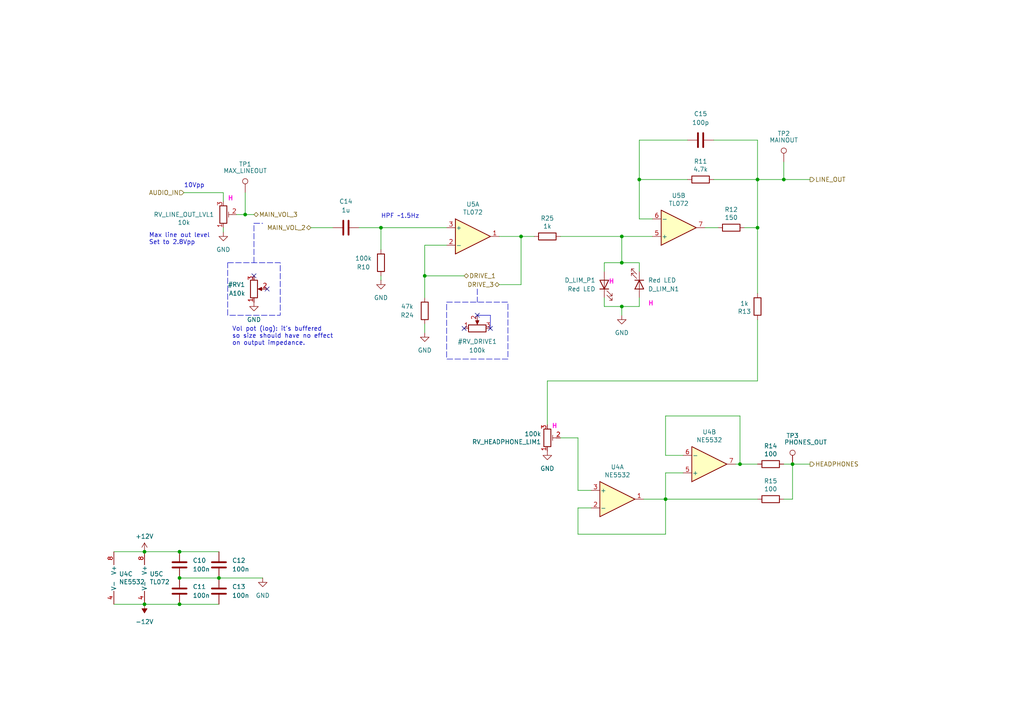
<source format=kicad_sch>
(kicad_sch (version 20250114) (generator "eeschema") (generator_version "9.0")
  (paper "A4")
  (lib_symbols
    (symbol "Amplifier_Operational:NE5532" (pin_names (offset 0.127))
      (property "Reference" "U" (at 0 5.08 0))
      (property "Value" "NE5532" (at 0 -5.08 0))
      (symbol "NE5532_1_1"
        (polyline (pts (xy -5.08 5.08) (xy 5.08 0) (xy -5.08 -5.08) (xy -5.08 5.08)) (stroke (width 0.254)) (fill (type background)))
        (pin input line (at -7.62 2.54 0) (length 2.54) (name "+") (number "3"))
        (pin input line (at -7.62 -2.54 0) (length 2.54) (name "-") (number "2"))
        (pin output line (at 7.62 0 180) (length 2.54) (name "~") (number "1"))
      )
      (symbol "NE5532_2_1"
        (polyline (pts (xy -5.08 5.08) (xy 5.08 0) (xy -5.08 -5.08) (xy -5.08 5.08)) (stroke (width 0.254)) (fill (type background)))
        (pin input line (at -7.62 2.54 0) (length 2.54) (name "+") (number "5"))
        (pin input line (at -7.62 -2.54 0) (length 2.54) (name "-") (number "6"))
        (pin output line (at 7.62 0 180) (length 2.54) (name "~") (number "7"))
      )
      (symbol "NE5532_3_1"
        (pin power_in line (at -2.54 7.62 270) (length 3.81) (name "V+") (number "8"))
        (pin power_in line (at -2.54 -7.62 90) (length 3.81) (name "V-") (number "4"))
      )
    )
    (symbol "Amplifier_Operational:TL072" (pin_names (offset 0.127))
      (property "Reference" "U" (at 0 5.08 0))
      (property "Value" "TL072" (at 0 -5.08 0))
      (symbol "TL072_1_1"
        (polyline (pts (xy -5.08 5.08) (xy 5.08 0) (xy -5.08 -5.08) (xy -5.08 5.08)) (stroke (width 0.254)) (fill (type background)))
        (pin input line (at -7.62 2.54 0) (length 2.54) (name "+") (number "3"))
        (pin input line (at -7.62 -2.54 0) (length 2.54) (name "-") (number "2"))
        (pin output line (at 7.62 0 180) (length 2.54) (name "~") (number "1"))
      )
      (symbol "TL072_2_1"
        (polyline (pts (xy -5.08 5.08) (xy 5.08 0) (xy -5.08 -5.08) (xy -5.08 5.08)) (stroke (width 0.254)) (fill (type background)))
        (pin input line (at -7.62 2.54 0) (length 2.54) (name "+") (number "5"))
        (pin input line (at -7.62 -2.54 0) (length 2.54) (name "-") (number "6"))
        (pin output line (at 7.62 0 180) (length 2.54) (name "~") (number "7"))
      )
      (symbol "TL072_3_1"
        (pin power_in line (at -2.54 7.62 270) (length 3.81) (name "V+") (number "8"))
        (pin power_in line (at -2.54 -7.62 90) (length 3.81) (name "V-") (number "4"))
      )
    )
    (symbol "Connector:TestPoint" (pin_numbers (hide yes)) (pin_names (offset 0.762) (hide yes))
      (property "Reference" "TP" (at 0 6.858 0))
      (property "Value" "TestPoint" (at 0 5.08 0))
      (symbol "TestPoint_0_1"
        (circle (center 0 3.302) (radius 0.762))
      )
      (symbol "TestPoint_1_1"
        (pin passive line (at 0 0 90) (length 2.54) (name "1") (number "1"))
      )
    )
    (symbol "Device:C" (pin_numbers (hide yes)) (pin_names (offset 0.254))
      (property "Reference" "C" (at 0.635 2.54 0))
      (property "Value" "C" (at 0.635 -2.54 0))
      (symbol "C_0_1"
        (polyline (pts (xy -2.032 0.762) (xy 2.032 0.762)) (stroke (width 0.508)))
        (polyline (pts (xy -2.032 -0.762) (xy 2.032 -0.762)) (stroke (width 0.508)))
      )
      (symbol "C_1_1"
        (pin passive line (at 0 3.81 270) (length 2.794) (name "~") (number "1"))
        (pin passive line (at 0 -3.81 90) (length 2.794) (name "~") (number "2"))
      )
    )
    (symbol "Device:R" (pin_numbers (hide yes)) (pin_names (offset 0))
      (property "Reference" "R" (at 2.032 0 90))
      (property "Value" "R" (at 0 0 90))
      (symbol "R_0_1"
        (rectangle (start -1.016 -2.54) (end 1.016 2.54) (stroke (width 0.254)))
      )
      (symbol "R_1_1"
        (pin passive line (at 0 3.81 270) (length 1.27) (name "~") (number "1"))
        (pin passive line (at 0 -3.81 90) (length 1.27) (name "~") (number "2"))
      )
    )
    (symbol "Device:R_Potentiometer" (pin_names (offset 1.016) (hide yes))
      (property "Reference" "RV" (at -4.445 0 90))
      (property "Value" "R_Potentiometer" (at -2.54 0 90))
      (symbol "R_Potentiometer_0_1"
        (rectangle (start 1.016 2.54) (end -1.016 -2.54) (stroke (width 0.254)))
        (polyline (pts (xy 1.143 0) (xy 2.286 0.508) (xy 2.286 -0.508) (xy 1.143 0)) (fill (type outline)))
        (polyline (pts (xy 2.54 0) (xy 1.524 0)))
      )
      (symbol "R_Potentiometer_1_1"
        (pin passive line (at 0 3.81 270) (length 1.27) (name "1") (number "1"))
        (pin passive line (at 0 -3.81 90) (length 1.27) (name "3") (number "3"))
        (pin passive line (at 3.81 0 180) (length 1.27) (name "2") (number "2"))
      )
    )
    (symbol "Device:R_Potentiometer_Trim" (pin_names (offset 1.016) (hide yes))
      (property "Reference" "RV" (at -4.445 0 90))
      (property "Value" "R_Potentiometer_Trim" (at -2.54 0 90))
      (symbol "R_Potentiometer_Trim_0_1"
        (rectangle (start 1.016 2.54) (end -1.016 -2.54) (stroke (width 0.254)))
        (polyline (pts (xy 1.524 0.762) (xy 1.524 -0.762)))
        (polyline (pts (xy 2.54 0) (xy 1.524 0)))
      )
      (symbol "R_Potentiometer_Trim_1_1"
        (pin passive line (at 0 3.81 270) (length 1.27) (name "1") (number "1"))
        (pin passive line (at 0 -3.81 90) (length 1.27) (name "3") (number "3"))
        (pin passive line (at 3.81 0 180) (length 1.27) (name "2") (number "2"))
      )
    )
    (symbol "LED_1" (pin_numbers (hide yes)) (pin_names (offset 1.016) (hide yes))
      (property "Reference" "D" (at 0 2.54 0))
      (property "Value" "LED" (at 0 -2.54 0))
      (symbol "LED_1_0_1"
        (polyline (pts (xy -3.048 -0.762) (xy -4.572 -2.286) (xy -3.81 -2.286) (xy -4.572 -2.286) (xy -4.572 -1.524)))
        (polyline (pts (xy -1.778 -0.762) (xy -3.302 -2.286) (xy -2.54 -2.286) (xy -3.302 -2.286) (xy -3.302 -1.524)))
        (polyline (pts (xy -1.27 0) (xy 1.27 0)))
        (polyline (pts (xy -1.27 -1.27) (xy -1.27 1.27)) (stroke (width 0.254)))
        (polyline (pts (xy 1.27 -1.27) (xy 1.27 1.27) (xy -1.27 0) (xy 1.27 -1.27)) (stroke (width 0.254)))
      )
      (symbol "LED_1_1_1"
        (pin passive line (at -3.81 0 0) (length 2.54) (name "K") (number "1"))
        (pin passive line (at 3.81 0 180) (length 2.54) (name "A") (number "2"))
      )
    )
    (symbol "power:+12V" (power) (pin_numbers (hide yes)) (pin_names (offset 0) (hide yes))
      (property "Value" "+12V" (at 0 3.556 0))
      (symbol "+12V_0_1"
        (polyline (pts (xy -0.762 1.27) (xy 0 2.54)))
        (polyline (pts (xy 0 2.54) (xy 0.762 1.27)))
        (polyline (pts (xy 0 0) (xy 0 2.54)))
      )
      (symbol "+12V_1_1"
        (pin power_in line (at 0 0 90) (length 0) (name "~") (number "1"))
      )
    )
    (symbol "power:-12V" (power) (pin_numbers (hide yes)) (pin_names (offset 0) (hide yes))
      (property "Value" "-12V" (at 0 3.556 0))
      (symbol "-12V_0_0"
        (pin power_in line (at 0 0 90) (length 0) (name "~") (number "1"))
      )
      (symbol "-12V_0_1"
        (polyline (pts (xy 0 0) (xy 0 1.27) (xy 0.762 1.27) (xy 0 2.54) (xy -0.762 1.27) (xy 0 1.27)) (fill (type outline)))
      )
    )
    (symbol "power:GND" (power) (pin_numbers (hide yes)) (pin_names (offset 0) (hide yes))
      (property "Value" "GND" (at 0 -3.81 0))
      (symbol "GND_0_1"
        (polyline (pts (xy 0 0) (xy 0 -1.27) (xy 1.27 -1.27) (xy 0 -2.54) (xy -1.27 -1.27) (xy 0 -1.27)))
      )
      (symbol "GND_1_1"
        (pin power_in line (at 0 0 270) (length 0) (name "~") (number "1"))
      )
    )
  )
  (rectangle (start 66.04 76.2) (end 81.28 91.44) (stroke (width 0) (type dash)))
  (rectangle (start 129.54 87.63) (end 147.32 104.14) (stroke (width 0) (type dash)))
  (text "H" (at 160.02 124.46 0) (effects (font (size 1.27 1.27) (thickness 0.254) (bold yes)) (justify left bottom)))
  (text "Vol pot (log): it's buffered\nso size should have no effect\non output impedance." (at 67.31 100.33 0) (effects (font (size 1.27 1.27)) (justify left bottom)))
  (text "H" (at 66.04 58.42 0) (effects (font (size 1.27 1.27) (thickness 0.254) (bold yes)) (justify left bottom)))
  (text "HPF ~1.5Hz" (at 110.49 63.5 0) (effects (font (size 1.27 1.27)) (justify left bottom)))
  (text "H" (at 187.96 88.9 0) (effects (font (size 1.27 1.27) (thickness 0.254) (bold yes)) (justify left bottom)))
  (text "H" (at 176.53 82.55 0) (effects (font (size 1.27 1.27) (thickness 0.254) (bold yes)) (justify left bottom)))
  (text "Max line out level\nSet to 2.8Vpp" (at 43.18 71.12 0) (effects (font (size 1.27 1.27)) (justify left bottom)))
  (text "10Vpp" (at 53.34 54.61 0) (effects (font (size 1.27 1.27)) (justify left bottom)))
  (junction (at 151.13 68.58))
  (junction (at 110.49 66.04))
  (junction (at 227.33 52.07))
  (junction (at 219.71 66.04))
  (junction (at 180.34 88.9))
  (junction (at 52.07 167.64))
  (junction (at 219.71 52.07))
  (junction (at 41.91 175.26))
  (junction (at 185.42 52.07))
  (junction (at 180.34 68.58))
  (junction (at 229.87 134.62))
  (junction (at 123.19 80.01))
  (junction (at 41.91 160.02))
  (junction (at 52.07 175.26))
  (junction (at 63.5 167.64))
  (junction (at 214.63 134.62))
  (junction (at 193.04 144.78))
  (junction (at 52.07 160.02))
  (junction (at 71.12 62.23))
  (junction (at 180.34 76.2))
  (no_connect (at 73.66 80.01))
  (no_connect (at 138.43 91.44))
  (no_connect (at 77.47 83.82))
  (no_connect (at 142.24 95.25))
  (no_connect (at 134.62 95.25))
  (wire (pts (xy 144.78 68.58) (xy 151.13 68.58)))
  (wire (pts (xy 227.33 134.62) (xy 229.87 134.62)))
  (wire (pts (xy 167.64 127) (xy 167.64 142.24)))
  (wire (pts (xy 41.91 160.02) (xy 33.02 160.02)))
  (wire (pts (xy 219.71 66.04) (xy 215.9 66.04)))
  (wire (pts (xy 219.71 110.49) (xy 158.75 110.49)))
  (wire (pts (xy 204.47 66.04) (xy 208.28 66.04)))
  (wire (pts (xy 185.42 76.2) (xy 185.42 78.74)))
  (polyline (pts (xy 138.43 91.44) (xy 142.24 91.44)))
  (wire (pts (xy 41.91 160.02) (xy 52.07 160.02)))
  (wire (pts (xy 175.26 88.9) (xy 180.34 88.9)))
  (wire (pts (xy 185.42 52.07) (xy 199.39 52.07)))
  (wire (pts (xy 171.45 147.32) (xy 167.64 147.32)))
  (wire (pts (xy 68.58 62.23) (xy 71.12 62.23)))
  (wire (pts (xy 52.07 175.26) (xy 63.5 175.26)))
  (wire (pts (xy 193.04 120.65) (xy 214.63 120.65)))
  (wire (pts (xy 151.13 68.58) (xy 151.13 82.55)))
  (wire (pts (xy 219.71 40.64) (xy 219.71 52.07)))
  (wire (pts (xy 180.34 68.58) (xy 180.34 76.2)))
  (wire (pts (xy 214.63 134.62) (xy 213.36 134.62)))
  (wire (pts (xy 185.42 63.5) (xy 189.23 63.5)))
  (wire (pts (xy 229.87 134.62) (xy 234.95 134.62)))
  (wire (pts (xy 199.39 40.64) (xy 185.42 40.64)))
  (wire (pts (xy 162.56 68.58) (xy 180.34 68.58)))
  (wire (pts (xy 227.33 52.07) (xy 234.95 52.07)))
  (wire (pts (xy 207.01 40.64) (xy 219.71 40.64)))
  (wire (pts (xy 180.34 68.58) (xy 189.23 68.58)))
  (wire (pts (xy 175.26 76.2) (xy 175.26 78.74)))
  (wire (pts (xy 198.12 137.16) (xy 193.04 137.16)))
  (wire (pts (xy 175.26 86.36) (xy 175.26 88.9)))
  (wire (pts (xy 64.77 58.42) (xy 64.77 55.88)))
  (wire (pts (xy 52.07 167.64) (xy 63.5 167.64)))
  (wire (pts (xy 180.34 91.44) (xy 180.34 88.9)))
  (wire (pts (xy 52.07 160.02) (xy 63.5 160.02)))
  (wire (pts (xy 219.71 66.04) (xy 219.71 85.09)))
  (wire (pts (xy 162.56 127) (xy 167.64 127)))
  (wire (pts (xy 71.12 55.88) (xy 71.12 62.23)))
  (wire (pts (xy 129.54 71.12) (xy 123.19 71.12)))
  (wire (pts (xy 110.49 66.04) (xy 110.49 72.39)))
  (wire (pts (xy 214.63 134.62) (xy 219.71 134.62)))
  (wire (pts (xy 193.04 154.94) (xy 193.04 144.78)))
  (wire (pts (xy 219.71 52.07) (xy 227.33 52.07)))
  (wire (pts (xy 110.49 66.04) (xy 129.54 66.04)))
  (wire (pts (xy 167.64 154.94) (xy 193.04 154.94)))
  (wire (pts (xy 185.42 63.5) (xy 185.42 52.07)))
  (wire (pts (xy 193.04 137.16) (xy 193.04 144.78)))
  (polyline (pts (xy 142.24 91.44) (xy 142.24 95.25)))
  (wire (pts (xy 151.13 82.55) (xy 144.78 82.55)))
  (wire (pts (xy 219.71 52.07) (xy 219.71 66.04)))
  (wire (pts (xy 171.45 142.24) (xy 167.64 142.24)))
  (wire (pts (xy 63.5 167.64) (xy 76.2 167.64)))
  (wire (pts (xy 219.71 144.78) (xy 193.04 144.78)))
  (wire (pts (xy 198.12 132.08) (xy 193.04 132.08)))
  (polyline (pts (xy 73.66 76.2) (xy 73.66 64.77)) (stroke (width 0) (type dash)))
  (polyline (pts (xy 138.43 83.82) (xy 138.43 87.63)) (stroke (width 0) (type dash)))
  (wire (pts (xy 104.14 66.04) (xy 110.49 66.04)))
  (wire (pts (xy 110.49 81.28) (xy 110.49 80.01)))
  (wire (pts (xy 123.19 80.01) (xy 123.19 86.36)))
  (wire (pts (xy 214.63 120.65) (xy 214.63 134.62)))
  (wire (pts (xy 219.71 92.71) (xy 219.71 110.49)))
  (wire (pts (xy 53.34 55.88) (xy 64.77 55.88)))
  (wire (pts (xy 33.02 175.26) (xy 41.91 175.26)))
  (wire (pts (xy 207.01 52.07) (xy 219.71 52.07)))
  (wire (pts (xy 185.42 40.64) (xy 185.42 52.07)))
  (wire (pts (xy 64.77 67.31) (xy 64.77 66.04)))
  (wire (pts (xy 151.13 68.58) (xy 154.94 68.58)))
  (wire (pts (xy 158.75 110.49) (xy 158.75 123.19)))
  (wire (pts (xy 123.19 80.01) (xy 134.62 80.01)))
  (polyline (pts (xy 73.66 64.77) (xy 76.2 64.77)) (stroke (width 0) (type dash)))
  (wire (pts (xy 185.42 76.2) (xy 180.34 76.2)))
  (wire (pts (xy 71.12 62.23) (xy 73.66 62.23)))
  (wire (pts (xy 227.33 144.78) (xy 229.87 144.78)))
  (wire (pts (xy 193.04 132.08) (xy 193.04 120.65)))
  (wire (pts (xy 180.34 88.9) (xy 185.42 88.9)))
  (wire (pts (xy 41.91 175.26) (xy 52.07 175.26)))
  (wire (pts (xy 123.19 71.12) (xy 123.19 80.01)))
  (wire (pts (xy 229.87 134.62) (xy 229.87 144.78)))
  (wire (pts (xy 193.04 144.78) (xy 186.69 144.78)))
  (wire (pts (xy 185.42 88.9) (xy 185.42 86.36)))
  (wire (pts (xy 123.19 96.52) (xy 123.19 93.98)))
  (wire (pts (xy 167.64 147.32) (xy 167.64 154.94)))
  (wire (pts (xy 90.17 66.04) (xy 96.52 66.04)))
  (wire (pts (xy 227.33 46.99) (xy 227.33 52.07)))
  (wire (pts (xy 180.34 76.2) (xy 175.26 76.2)))
  (hierarchical_label "MAIN_VOL_2" (shape bidirectional) (at 90.17 66.04 180))
  (hierarchical_label "HEADPHONES" (shape output) (at 234.95 134.62 0))
  (hierarchical_label "AUDIO_IN" (shape input) (at 53.34 55.88 180))
  (hierarchical_label "DRIVE_3" (shape bidirectional) (at 144.78 82.55 180))
  (hierarchical_label "DRIVE_1" (shape bidirectional) (at 134.62 80.01 0))
  (hierarchical_label "MAIN_VOL_3" (shape bidirectional) (at 73.66 62.23 0))
  (hierarchical_label "LINE_OUT" (shape output) (at 234.95 52.07 0))
  (symbol (lib_id "power:GND") (at 73.66 87.63 0) (unit 1)
    (property "Reference" "#PWR037" (effects (hide yes)))
    (property "Value" "GND" (at 73.66 92.71 0))
    (property "Description" "Power symbol creates a global label with name \"GND\" , ground" (effects (hide yes)))
  )
  (symbol (lib_id "Amplifier_Operational:NE5532") (at 205.74 134.62 0) (mirror x) (unit 2)
    (property "Reference" "U4" (at 205.74 125.2982 0))
    (property "Value" "NE5532" (at 205.74 127.6096 0))
    (property "Footprint" "Package_SO:SOIC-8_3.9x4.9mm_P1.27mm" (effects (hide yes)))
    (property "Datasheet" "http://www.ti.com/lit/ds/symlink/ne5532.pdf" (effects (hide yes)))
    (property "LCSC" "C7426" (effects (hide yes)))
    (property "Vendor" "JLCPCB" (effects (hide yes)))
  )
  (symbol (lib_id "power:-12V") (at 41.91 175.26 180) (unit 1)
    (property "Reference" "#PWR023" (effects (hide yes)))
    (property "Value" "-12V" (at 41.91 180.34 0))
    (property "Description" "Power symbol creates a global label with name \"-12V\"" (effects (hide yes)))
  )
  (symbol (lib_id "Device:R") (at 203.2 52.07 270) (unit 1)
    (property "Reference" "R11" (at 203.2 46.8122 90))
    (property "Value" "4.7k" (at 203.2 49.1236 90))
    (property "Footprint" "Resistor_SMD:R_0603_1608Metric" (effects (hide yes)))
    (property "LCSC" "C23162" (effects (hide yes)))
    (property "Vendor" "JLCPCB" (effects (hide yes)))
  )
  (symbol (lib_id "power:+12V") (at 41.91 160.02 0) (unit 1)
    (property "Reference" "#PWR022" (effects (hide yes)))
    (property "Value" "+12V" (at 41.91 155.575 0))
    (property "Description" "Power symbol creates a global label with name \"+12V\"" (effects (hide yes)))
  )
  (symbol (lib_id "power:GND") (at 158.75 130.81 0) (unit 1)
    (property "Reference" "#PWR029" (effects (hide yes)))
    (property "Value" "GND" (at 158.75 135.89 0))
    (property "Description" "Power symbol creates a global label with name \"GND\" , ground" (effects (hide yes)))
  )
  (symbol (lib_id "power:GND") (at 110.49 81.28 0) (unit 1)
    (property "Reference" "#PWR027" (effects (hide yes)))
    (property "Value" "GND" (at 110.49 86.36 0))
    (property "Description" "Power symbol creates a global label with name \"GND\" , ground" (effects (hide yes)))
  )
  (symbol (lib_id "Connector:TestPoint") (at 229.87 134.62 0) (unit 1) (in_bom no)
    (property "Reference" "TP3" (at 229.87 126.365 0))
    (property "Value" "PHONES_OUT" (at 233.68 128.27 0))
    (property "Footprint" "TestPoint:TestPoint_THTPad_2.0x2.0mm_Drill1.0mm" (effects (hide yes)))
  )
  (symbol (lib_id "Device:R") (at 158.75 68.58 270) (unit 1)
    (property "Reference" "R25" (at 158.75 63.3222 90))
    (property "Value" "1k" (at 158.75 65.6336 90))
    (property "Footprint" "Resistor_SMD:R_0603_1608Metric" (effects (hide yes)))
    (property "LCSC" "C21190" (effects (hide yes)))
    (property "Vendor" "JLCPCB" (effects (hide yes)))
  )
  (symbol (lib_id "Device:C") (at 203.2 40.64 90) (unit 1)
    (property "Reference" "C15" (at 203.2 33.02 90))
    (property "Value" "100p" (at 203.2 35.56 90))
    (property "Footprint" "Capacitor_SMD:C_0603_1608Metric" (effects (hide yes)))
    (property "LCSC" "C14858" (effects (hide yes)))
    (property "Vendor" "JLCPCB" (effects (hide yes)))
  )
  (symbol (lib_id "Amplifier_Operational:TL072") (at 44.45 167.64 0) (unit 3)
    (property "Reference" "U5" (at 43.3832 166.4716 0) (effects (justify left)))
    (property "Value" "TL072" (at 43.3832 168.783 0) (effects (justify left)))
    (property "Footprint" "Package_SO:SOIC-8_3.9x4.9mm_P1.27mm" (effects (hide yes)))
    (property "Datasheet" "http://www.ti.com/lit/ds/symlink/tl071.pdf" (effects (hide yes)))
    (property "LCSC" "C6961" (effects (hide yes)))
    (property "Vendor" "JLCPCB" (effects (hide yes)))
  )
  (symbol (lib_id "Amplifier_Operational:NE5532") (at 35.56 167.64 0) (unit 3)
    (property "Reference" "U4" (at 34.4932 166.4716 0) (effects (justify left)))
    (property "Value" "NE5532" (at 34.4932 168.783 0) (effects (justify left)))
    (property "Footprint" "Package_SO:SOIC-8_3.9x4.9mm_P1.27mm" (effects (hide yes)))
    (property "Datasheet" "http://www.ti.com/lit/ds/symlink/ne5532.pdf" (effects (hide yes)))
    (property "LCSC" "C7426" (effects (hide yes)))
    (property "Vendor" "JLCPCB" (effects (hide yes)))
  )
  (symbol (lib_id "power:GND") (at 123.19 96.52 0) (unit 1)
    (property "Reference" "#PWR026" (effects (hide yes)))
    (property "Value" "GND" (at 123.19 101.6 0))
    (property "Description" "Power symbol creates a global label with name \"GND\" , ground" (effects (hide yes)))
  )
  (symbol (lib_name "LED_1") (lib_id "Device:LED") (at 175.26 82.55 90) (unit 1)
    (property "Reference" "D_LIM_P1" (at 172.72 81.28 90) (effects (justify left)))
    (property "Value" "Red LED" (at 172.72 83.82 90) (effects (justify left)))
    (property "Footprint" "LED_THT:LED_D5.0mm" (effects (hide yes)))
    (property "Description" "Light emitting diode" (effects (hide yes)))
    (property "Sim.Pins" "1=K 2=A" (effects (hide yes)))
  )
  (symbol (lib_id "Connector:TestPoint") (at 71.12 55.88 0) (unit 1) (in_bom no)
    (property "Reference" "TP1" (at 71.12 47.625 0))
    (property "Value" "MAX_LINEOUT" (at 71.12 49.53 0))
    (property "Footprint" "TestPoint:TestPoint_THTPad_2.0x2.0mm_Drill1.0mm" (effects (hide yes)))
  )
  (symbol (lib_id "Device:R") (at 110.49 76.2 180) (unit 1)
    (property "Reference" "R10" (at 105.41 77.47 0))
    (property "Value" "100k" (at 105.41 74.93 0))
    (property "Footprint" "Resistor_SMD:R_0603_1608Metric_Pad0.98x0.95mm_HandSolder" (effects (hide yes)))
    (property "LCSC" "C25803" (effects (hide yes)))
    (property "Vendor" "JLCPCB" (effects (hide yes)))
  )
  (symbol (lib_id "Device:C") (at 100.33 66.04 90) (unit 1)
    (property "Reference" "C14" (at 100.33 58.42 90))
    (property "Value" "1u" (at 100.33 60.96 90))
    (property "Footprint" "Capacitor_SMD:C_0603_1608Metric_Pad1.08x0.95mm_HandSolder" (effects (hide yes)))
    (property "LCSC" "C15849" (effects (hide yes)))
    (property "Vendor" "JLCPCB" (effects (hide yes)))
  )
  (symbol (lib_id "power:GND") (at 76.2 167.64 0) (unit 1)
    (property "Reference" "#PWR025" (effects (hide yes)))
    (property "Value" "GND" (at 76.2 172.72 0))
    (property "Description" "Power symbol creates a global label with name \"GND\" , ground" (effects (hide yes)))
  )
  (symbol (lib_id "Device:R_Potentiometer_Trim") (at 64.77 62.23 0) (mirror x) (unit 1)
    (property "Reference" "RV_LINE_OUT_LVL1" (at 53.34 62.23 0))
    (property "Value" "10k" (at 53.34 64.5414 0))
    (property "Footprint" "Potentiometer_THT:Potentiometer_ACP_CA6-H2,5_Horizontal" (effects (hide yes)))
    (property "Part No." "531-PT6KH-10K " (effects (hide yes)))
    (property "Part URL" "https://mou.sr/4gcYhlU" (effects (hide yes)))
    (property "Vendor" "Mouser" (effects (hide yes)))
  )
  (symbol (lib_id "Device:C") (at 63.5 171.45 0) (unit 1)
    (property "Reference" "C13" (at 67.31 170.18 0) (effects (justify left)))
    (property "Value" "100n" (at 67.31 172.72 0) (effects (justify left)))
    (property "Footprint" "Capacitor_SMD:C_0603_1608Metric" (effects (hide yes)))
    (property "LCSC" "C14663" (effects (hide yes)))
    (property "Vendor" "JLCPCB" (effects (hide yes)))
  )
  (symbol (lib_id "power:GND") (at 180.34 91.44 0) (unit 1)
    (property "Reference" "#PWR028" (effects (hide yes)))
    (property "Value" "GND" (at 180.34 96.52 0))
    (property "Description" "Power symbol creates a global label with name \"GND\" , ground" (effects (hide yes)))
  )
  (symbol (lib_id "Device:R") (at 123.19 90.17 180) (unit 1)
    (property "Reference" "R24" (at 118.11 91.44 0))
    (property "Value" "47k" (at 118.11 88.9 0))
    (property "Footprint" "Resistor_SMD:R_0603_1608Metric" (effects (hide yes)))
    (property "Vendor" "JLCPCB" (effects (hide yes)))
  )
  (symbol (lib_id "Device:C") (at 63.5 163.83 0) (unit 1)
    (property "Reference" "C12" (at 67.31 162.56 0) (effects (justify left)))
    (property "Value" "100n" (at 67.31 165.1 0) (effects (justify left)))
    (property "Footprint" "Capacitor_SMD:C_0603_1608Metric" (effects (hide yes)))
    (property "LCSC" "C14663" (effects (hide yes)))
    (property "Vendor" "JLCPCB" (effects (hide yes)))
  )
  (symbol (lib_id "Device:R_Potentiometer") (at 138.43 95.25 90) (unit 1)
    (property "Reference" "#RV_DRIVE1" (at 138.43 99.06 90))
    (property "Value" "100k" (at 138.43 101.6 90))
    (property "Description" "Potentiometer" (effects (hide yes)))
  )
  (symbol (lib_id "Device:R") (at 212.09 66.04 270) (unit 1)
    (property "Reference" "R12" (at 212.09 60.7822 90))
    (property "Value" "150" (at 212.09 63.0936 90))
    (property "Footprint" "Resistor_SMD:R_0603_1608Metric" (effects (hide yes)))
    (property "LCSC" "C22808" (effects (hide yes)))
    (property "Vendor" "JLCPCB" (effects (hide yes)))
  )
  (symbol (lib_id "Amplifier_Operational:TL072") (at 196.85 66.04 0) (mirror x) (unit 2)
    (property "Reference" "U5" (at 196.85 56.7182 0))
    (property "Value" "TL072" (at 196.85 59.0296 0))
    (property "Footprint" "Package_SO:SOIC-8_3.9x4.9mm_P1.27mm" (effects (hide yes)))
    (property "Datasheet" "http://www.ti.com/lit/ds/symlink/tl071.pdf" (effects (hide yes)))
    (property "LCSC" "C6961" (effects (hide yes)))
    (property "Vendor" "JLCPCB" (effects (hide yes)))
  )
  (symbol (lib_id "Device:R_Potentiometer_Trim") (at 158.75 127 0) (mirror x) (unit 1)
    (property "Reference" "RV_HEADPHONE_LIM1" (at 156.972 128.1684 0) (effects (justify right)))
    (property "Value" "100k" (at 156.972 125.857 0) (effects (justify right)))
    (property "Footprint" "Potentiometer_THT:Potentiometer_ACP_CA6-H2,5_Horizontal" (effects (hide yes)))
    (property "Part No." "531-PT6KH104A1010PM " (effects (hide yes)))
    (property "Part URL" "https://mou.sr/49zQlIS" (effects (hide yes)))
    (property "Vendor" "Mouser" (effects (hide yes)))
  )
  (symbol (lib_id "Device:C") (at 52.07 171.45 0) (unit 1)
    (property "Reference" "C11" (at 55.88 170.18 0) (effects (justify left)))
    (property "Value" "100n" (at 55.88 172.72 0) (effects (justify left)))
    (property "Footprint" "Capacitor_SMD:C_0603_1608Metric" (effects (hide yes)))
    (property "LCSC" "C14663" (effects (hide yes)))
    (property "Vendor" "JLCPCB" (effects (hide yes)))
  )
  (symbol (lib_id "Amplifier_Operational:NE5532") (at 179.07 144.78 0) (unit 1)
    (property "Reference" "U4" (at 179.07 135.4582 0))
    (property "Value" "NE5532" (at 179.07 137.7696 0))
    (property "Footprint" "Package_SO:SOIC-8_3.9x4.9mm_P1.27mm" (effects (hide yes)))
    (property "Datasheet" "http://www.ti.com/lit/ds/symlink/ne5532.pdf" (effects (hide yes)))
    (property "LCSC" "C7426" (effects (hide yes)))
    (property "Vendor" "JLCPCB" (effects (hide yes)))
  )
  (symbol (lib_id "Device:R") (at 223.52 134.62 270) (unit 1)
    (property "Reference" "R14" (at 223.52 129.3622 90))
    (property "Value" "100" (at 223.52 131.6736 90))
    (property "Footprint" "Resistor_SMD:R_0603_1608Metric" (effects (hide yes)))
    (property "LCSC" "C22775" (effects (hide yes)))
    (property "Vendor" "JLCPCB" (effects (hide yes)))
  )
  (symbol (lib_id "Device:R_Potentiometer") (at 73.66 83.82 0) (mirror x) (unit 1)
    (property "Reference" "#RV1" (at 71.12 82.5499 0) (effects (justify right)))
    (property "Value" "A10k" (at 71.12 85.0899 0) (effects (justify right)))
    (property "Description" "Potentiometer" (effects (hide yes)))
  )
  (symbol (lib_id "Device:R") (at 219.71 88.9 0) (unit 1)
    (property "Reference" "R13" (at 215.9 90.3478 0))
    (property "Value" "1k" (at 215.9 88.0364 0))
    (property "Footprint" "Resistor_SMD:R_0603_1608Metric" (effects (hide yes)))
    (property "LCSC" "C21190" (effects (hide yes)))
    (property "Vendor" "JLCPCB" (effects (hide yes)))
  )
  (symbol (lib_id "power:GND") (at 64.77 67.31 0) (unit 1)
    (property "Reference" "#PWR024" (effects (hide yes)))
    (property "Value" "GND" (at 64.77 72.39 0))
    (property "Description" "Power symbol creates a global label with name \"GND\" , ground" (effects (hide yes)))
  )
  (symbol (lib_name "LED_1") (lib_id "Device:LED") (at 185.42 82.55 270) (unit 1)
    (property "Reference" "D_LIM_N1" (at 187.96 83.82 90) (effects (justify left)))
    (property "Value" "Red LED" (at 187.96 81.28 90) (effects (justify left)))
    (property "Footprint" "LED_THT:LED_D3.0mm" (effects (hide yes)))
    (property "Description" "Light emitting diode" (effects (hide yes)))
    (property "Sim.Pins" "1=K 2=A" (effects (hide yes)))
  )
  (symbol (lib_id "Connector:TestPoint") (at 227.33 46.99 0) (unit 1) (in_bom no)
    (property "Reference" "TP2" (at 227.33 38.735 0))
    (property "Value" "MAINOUT" (at 227.33 40.64 0))
    (property "Footprint" "TestPoint:TestPoint_THTPad_2.0x2.0mm_Drill1.0mm" (effects (hide yes)))
  )
  (symbol (lib_id "Device:R") (at 223.52 144.78 270) (unit 1)
    (property "Reference" "R15" (at 223.52 139.5222 90))
    (property "Value" "100" (at 223.52 141.8336 90))
    (property "Footprint" "Resistor_SMD:R_0603_1608Metric" (effects (hide yes)))
    (property "LCSC" "C22775" (effects (hide yes)))
    (property "Vendor" "JLCPCB" (effects (hide yes)))
  )
  (symbol (lib_id "Device:C") (at 52.07 163.83 0) (unit 1)
    (property "Reference" "C10" (at 55.88 162.56 0) (effects (justify left)))
    (property "Value" "100n" (at 55.88 165.1 0) (effects (justify left)))
    (property "Footprint" "Capacitor_SMD:C_0603_1608Metric" (effects (hide yes)))
    (property "LCSC" "C14663" (effects (hide yes)))
    (property "Vendor" "JLCPCB" (effects (hide yes)))
  )
  (symbol (lib_id "Amplifier_Operational:TL072") (at 137.16 68.58 0) (unit 1)
    (property "Reference" "U5" (at 137.16 59.2582 0))
    (property "Value" "TL072" (at 137.16 61.5696 0))
    (property "Footprint" "Package_SO:SOIC-8_3.9x4.9mm_P1.27mm" (effects (hide yes)))
    (property "Datasheet" "http://www.ti.com/lit/ds/symlink/tl071.pdf" (effects (hide yes)))
    (property "LCSC" "C6961" (effects (hide yes)))
    (property "Vendor" "JLCPCB" (effects (hide yes)))
  )
)
</source>
